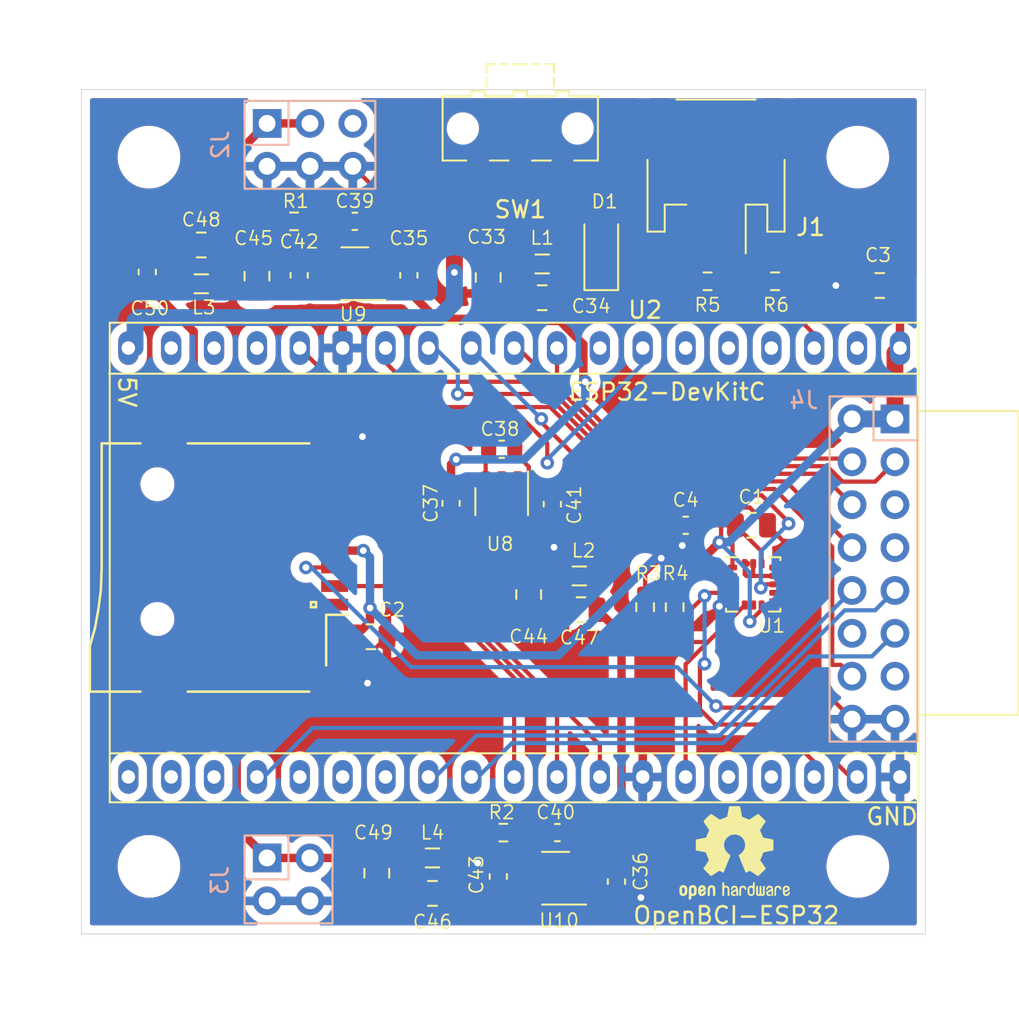
<source format=kicad_pcb>
(kicad_pcb (version 20211014) (generator pcbnew)
  (layers (0 "F.Cu" signal) (31 "B.Cu" signal) (34 "B.Paste" user) (35 "F.Paste" user) (36 "B.SilkS" user "B.Silkscreen") (37 "F.SilkS" user "F.Silkscreen") (38 "B.Mask" user) (39 "F.Mask" user) (44 "Edge.Cuts" user))
  (net 0 "")
  (net 1 "GND")
  (net 2 "-2V5")
  (net 3 "+2V5")
  (net 4 "+5V")
  (net 5 "Net-(C34-Pad1)")
  (net 6 "-5V")
  (net 7 "Net-(C38-Pad2)")
  (net 8 "Net-(C38-Pad1)")
  (net 9 "Net-(C39-Pad1)")
  (net 10 "Net-(C40-Pad1)")
  (net 11 "Net-(C41-Pad1)")
  (net 12 "Net-(C42-Pad1)")
  (net 13 "Net-(C43-Pad1)")
  (net 23 "Net-(J1-Pad1)")
  (net 30 "/OpenBCI_ESP_DEVKIT/INT1")
  (net 39 "/OpenBCI_ESP_DEVKIT/SDMOSI")
  (net 40 "/OpenBCI_ESP_DEVKIT/SCL")
  (net 41 "/OpenBCI_ESP_DEVKIT/SDA")
  (net 42 "/OpenBCI_ESP_DEVKIT/SDMISO")
  (net 43 "/OpenBCI_ESP_DEVKIT/SDCLK")
  (net 44 "/OpenBCI_ESP_DEVKIT/SDCS")
  (net 45 "/OpenBCI_ESP_DEVKIT/ADSCS2")
  (net 46 "/OpenBCI_ESP_DEVKIT/ADSRST")
  (net 47 "/OpenBCI_ESP_DEVKIT/ADSCS1")
  (net 48 "/OpenBCI_ESP_DEVKIT/ADSMOSI")
  (net 49 "/OpenBCI_ESP_DEVKIT/ADSMISO")
  (net 50 "/OpenBCI_ESP_DEVKIT/ADSCLK")
  (net 51 "/OpenBCI_ESP_DEVKIT/ADSDRDY2")
  (net 52 "/OpenBCI_ESP_DEVKIT/ADSDRDY1")
  (net 53 "Net-(D1-Pad2)")
  (net 58 "+3V3")
  (net 59 "/OpenBCI_ESP_DEVKIT/SDCD")
  (net 61 "Net-(U2-Pad3)")
  (footprint "Capacitor_SMD:C_0805_2012Metric" (layer "F.Cu") (at 124.1 61.125 -90)
    (fp_text reference "C33")
    (fp_text value "10u")
  )
  (footprint "Capacitor_SMD:C_0805_2012Metric" (layer "F.Cu") (at 127.3 62.325 180)
    (fp_text reference "C34")
    (fp_text value "10u")
  )
  (footprint "Capacitor_SMD:C_0603_1608Metric" (layer "F.Cu") (at 119.4 61 90)
    (fp_text reference "C35")
    (fp_text value "1u")
  )
  (footprint "Capacitor_SMD:C_0603_1608Metric" (layer "F.Cu") (at 131.7 96.9 -90)
    (fp_text reference "C36")
    (fp_text value "2.2u")
  )
  (footprint "Capacitor_SMD:C_0603_1608Metric" (layer "F.Cu") (at 121.9 74.5 -90)
    (fp_text reference "C37")
    (fp_text value "1u")
  )
  (footprint "Capacitor_SMD:C_0603_1608Metric" (layer "F.Cu") (at 124.9 71.3)
    (fp_text reference "C38")
    (fp_text value "1u")
  )
  (footprint "Capacitor_SMD:C_0603_1608Metric" (layer "F.Cu") (at 116.2 57.8)
    (fp_text reference "C39")
    (fp_text value "1u")
  )
  (footprint "Capacitor_SMD:C_0603_1608Metric" (layer "F.Cu") (at 128.2 94)
    (fp_text reference "C40")
    (fp_text value "10n")
  )
  (footprint "Capacitor_SMD:C_0603_1608Metric" (layer "F.Cu") (at 127.9 74.55 -90)
    (fp_text reference "C41")
    (fp_text value "1u")
  )
  (footprint "Capacitor_SMD:C_0603_1608Metric" (layer "F.Cu") (at 112.9 61 90)
    (fp_text reference "C42")
    (fp_text value "2.2u")
  )
  (footprint "Capacitor_SMD:C_0603_1608Metric" (layer "F.Cu") (at 124.7 96.6 90)
    (fp_text reference "C43")
    (fp_text value "2.2u")
  )
  (footprint "Capacitor_SMD:C_0805_2012Metric" (layer "F.Cu") (at 126.5 79.9 -90)
    (fp_text reference "C44")
    (fp_text value "10u")
  )
  (footprint "Capacitor_SMD:C_0805_2012Metric" (layer "F.Cu") (at 110.4 61.05 90)
    (fp_text reference "C45")
    (fp_text value "10u")
  )
  (footprint "Capacitor_SMD:C_0805_2012Metric" (layer "F.Cu") (at 120.8 97.6 180)
    (fp_text reference "C46")
    (fp_text value "10u")
  )
  (footprint "Capacitor_SMD:C_0805_2012Metric" (layer "F.Cu") (at 129.6 80.8 180)
    (fp_text reference "C47")
    (fp_text value "10u")
  )
  (footprint "Capacitor_SMD:C_0805_2012Metric" (layer "F.Cu") (at 107.1 59.2)
    (fp_text reference "C48")
    (fp_text value "10u")
  )
  (footprint "Capacitor_SMD:C_0805_2012Metric" (layer "F.Cu") (at 117.5 96.4 -90)
    (fp_text reference "C49")
    (fp_text value "10u")
  )
  (footprint "Capacitor_SMD:C_0603_1608Metric" (layer "F.Cu") (at 103.9 60.8 -90)
    (fp_text reference "C50")
    (fp_text value "0.1u")
  )
  (footprint "Inductor_SMD:L_0805_2012Metric" (layer "F.Cu") (at 127.3 60.325)
    (fp_text reference "L1")
    (fp_text value "3.3u")
  )
  (footprint "Inductor_SMD:L_0805_2012Metric" (layer "F.Cu") (at 129.5 78.8)
    (fp_text reference "L2")
    (fp_text value "3.3u")
  )
  (footprint "Inductor_SMD:L_0805_2012Metric" (layer "F.Cu") (at 107.1 61.5 180)
    (fp_text reference "L3")
    (fp_text value "3.3u")
  )
  (footprint "Inductor_SMD:L_0805_2012Metric" (layer "F.Cu") (at 120.8 95.5 180)
    (fp_text reference "L4")
    (fp_text value "3.3u")
  )
  (footprint "Package_TO_SOT_SMD:SOT-23-5" (layer "F.Cu") (at 124.9 74.4 -90)
    (fp_text reference "U8")
    (fp_text value "TPS60403")
  )
  (footprint "Package_TO_SOT_SMD:SOT-23-5" (layer "F.Cu") (at 116.2 60.9 180)
    (fp_text reference "U9")
    (fp_text value "TPS73225")
  )
  (footprint "Package_TO_SOT_SMD:SOT-23-5" (layer "F.Cu") (at 128.1 96.7 180)
    (fp_text reference "U10")
    (fp_text value "TPS72325")
  )
  (footprint "Package_LGA:LGA-16_3x3mm_P0.5mm_LayoutBorder3x5y" (layer "F.Cu") (at 139.8 79.3)
    (fp_text reference "U1")
    (fp_text value "LIS3DH")
  )
  (footprint "OpenBCI_ESP32:ESP32-DevKitC" (layer "F.Cu") (at 148.5 65.3 -90)
    (fp_text reference "U2")
    (fp_text value "ESP32-DevKitC")
  )
  (footprint "OpenBCI_ESP32:Conn_uSDcard" (layer "F.Cu") (at 104.5 78.3 -90)
    (fp_text reference "XS1")
    (fp_text value "SD_ebay-uSD-push_push_SMD")
  )
  (footprint "Diode_SMD:D_SOD-123" (layer "F.Cu") (at 130.8 59.625 90)
    (fp_text reference "D1")
    (fp_text value "D_Schottky")
  )
  (footprint "Connector_JST:JST_PH_S2B-PH-SM4-TB_1x02-1MP_P2.00mm_Horizontal" (layer "F.Cu") (at 137.6 55.1 180)
    (fp_text reference "J1")
    (fp_text value "Conn_01x02")
  )
  (footprint "OpenBCI_ESP32:PinHeaderReverse_2x03_P2.54mm_OpenBCI" (layer "F.Cu") (at 111 52 90)
    (fp_text reference "J2")
    (fp_text value "Conn_02x03_Odd_Even")
  )
  (footprint "OpenBCI_ESP32:PinHeaderReverse_2x02_P2.54mml_OpenBCI" (layer "F.Cu") (at 111 95.5 90)
    (fp_text reference "J3")
    (fp_text value "Conn_02x02_Odd_Even")
  )
  (footprint "OpenBCI_ESP32:PinHeaderReverse_2x08_P2.54mm_OpenBCI" (layer "F.Cu") (at 148.2 69.5)
    (fp_text reference "J4")
    (fp_text value "Conn_02x08_Odd_Even")
  )
  (footprint "MountingHole:MountingHole_2.7mm_M2.5" (layer "F.Cu") (at 104 54)
    (fp_text reference "H1" hide)
    (fp_text value "MountingHole")
  )
  (footprint "MountingHole:MountingHole_2.7mm_M2.5" (layer "F.Cu") (at 104 96)
    (fp_text reference "H2" hide)
    (fp_text value "MountingHole")
  )
  (footprint "MountingHole:MountingHole_2.7mm_M2.5" (layer "F.Cu") (at 146 54)
    (fp_text reference "H3" hide)
    (fp_text value "MountingHole")
  )
  (footprint "MountingHole:MountingHole_2.7mm_M2.5" (layer "F.Cu") (at 146 96)
    (fp_text reference "H4" hide)
    (fp_text value "MountingHole")
  )
  (footprint "Capacitor_SMD:C_0805_2012Metric" (layer "F.Cu") (at 139.7 75.8)
    (fp_text reference "C1")
    (fp_text value "10u")
  )
  (footprint "Capacitor_SMD:C_0805_2012Metric" (layer "F.Cu") (at 117.15 82.4)
    (fp_text reference "C2")
    (fp_text value "10u")
  )
  (footprint "Capacitor_SMD:C_0805_2012Metric" (layer "F.Cu") (at 147.3 61.6 180)
    (fp_text reference "C3")
    (fp_text value "10u")
  )
  (footprint "Capacitor_SMD:C_0603_1608Metric" (layer "F.Cu") (at 135.8 75.8 180)
    (fp_text reference "C4")
    (fp_text value "0.1u")
  )
  (footprint "Symbol:OSHW-Logo2_7.3x6mm_SilkScreen" (layer "F.Cu") (at 138.7 95.2)
    (fp_text reference "LOGO1" hide)
    (fp_text value "Logo_Open_Hardware_Small" hide)
  )
  (footprint "Resistor_SMD:R_0603_1608Metric" (layer "F.Cu") (at 133.4 80.65 -90)
    (fp_text reference "R3")
    (fp_text value "4k7")
  )
  (footprint "Resistor_SMD:R_0603_1608Metric" (layer "F.Cu") (at 112.6 57.8)
    (fp_text reference "R1")
    (fp_text value "NF")
  )
  (footprint "Button_Switch_SMD:SW_SPDT_CK-JS102011SAQN" (layer "F.Cu") (at 126 52.3 180)
    (fp_text reference "SW1")
    (fp_text value "SW_SPDT")
  )
  (footprint "Resistor_SMD:R_0603_1608Metric" (layer "F.Cu") (at 137.1 61.35)
    (fp_text reference "R5")
    (fp_text value "220k")
  )
  (footprint "Resistor_SMD:R_0603_1608Metric" (layer "F.Cu") (at 125 94)
    (fp_text reference "R2")
    (fp_text value "NF")
  )
  (footprint "Resistor_SMD:R_0603_1608Metric" (layer "F.Cu") (at 135.15 80.65 -90)
    (fp_text reference "R4")
    (fp_text value "4k7")
  )
  (footprint "Resistor_SMD:R_0603_1608Metric" (layer "F.Cu") (at 141.1 61.35)
    (fp_text reference "R6")
    (fp_text value "120k")
  )
  (gr_line (start 150 50) (end 100 50) (layer "Edge.Cuts") (width 0.05))
  (gr_line (start 100 50) (end 100 100) (layer "Edge.Cuts") (width 0.05))
  (gr_line (start 150 100) (end 150 50) (layer "Edge.Cuts") (width 0.05))
  (gr_line (start 100 100) (end 150 100) (layer "Edge.Cuts") (width 0.05))
  (gr_text "OpenBCI-ESP32" (at 138.8 98.9) (layer "F.SilkS") (effects (font (size 1 1))))
  (segment (start 131.7 97.85) (end 133.15 97.85) (width 0.25) (layer "F.Cu") (net 1))
  (segment (start 113.95 75) (end 110.83249 78.11751) (width 0.25) (layer "F.Cu") (net 1))
  (segment (start 113.73 97.85) (end 113.54 98.04) (width 0.25) (layer "F.Cu") (net 1))
  (segment (start 146.1 61.9) (end 146.1 61.5) (width 0.25) (layer "F.Cu") (net 1))
  (segment (start 141.62501 78.27499) (end 141.62501 79.041632) (width 0.25) (layer "F.Cu") (net 1))
  (segment (start 128.484998 97.65) (end 128.07452 97.239522) (width 0.5) (layer "F.Cu") (net 1))
  (segment (start 108.95 60.1) (end 108.05 59.2) (width 0.5) (layer "F.Cu") (net 1))
  (segment (start 117.15 57.8) (end 117.15 55.61) (width 0.25) (layer "F.Cu") (net 1))
  (segment (start 110.83249 78.11751) (end 110.83249 78.703902) (width 0.25) (layer "F.Cu") (net 1))
  (segment (start 123.725 75.275) (end 123.95 75.5) (width 0.25) (layer "F.Cu") (net 1))
  (segment (start 141.62501 79.041632) (end 141.791689 79.208311) (width 0.25) (layer "F.Cu") (net 1))
  (segment (start 141.62501 76.77501) (end 141.62501 78.27499) (width 0.25) (layer "F.Cu") (net 1))
  (segment (start 118.55 60.9) (end 119.4 60.05) (width 0.5) (layer "F.Cu") (net 1))
  (segment (start 123.95 76.28) (end 124.77 77.1) (width 0.25) (layer "F.Cu") (net 1))
  (segment (start 141.025 79.8) (end 141.9 79.8) (width 0.25) (layer "F.Cu") (net 1))
  (segment (start 141.025 78.3) (end 141.6 78.3) (width 0.25) (layer "F.Cu") (net 1))
  (segment (start 139.59999 74.74999) (end 135.90001 74.74999) (width 0.25) (layer "F.Cu") (net 1))
  (segment (start 114.5 85.15) (end 114.5 84.528608) (width 0.25) (layer "F.Cu") (net 1))
  (segment (start 139.3 78.075) (end 139.3 78.7) (width 0.25) (layer "F.Cu") (net 1))
  (segment (start 113.874999 74.924999) (end 113.95 75) (width 0.25) (layer "F.Cu") (net 1))
  (segment (start 124.1 62.075) (end 126.1 62.075) (width 0.5) (layer "F.Cu") (net 1))
  (segment (start 145.66 87.28) (end 148.2 87.28) (width 0.25) (layer "F.Cu") (net 1))
  (segment (start 141.383378 78.8) (end 141.025 78.8) (width 0.25) (layer "F.Cu") (net 1))
  (segment (start 117.04999 83.45001) (end 118.1 82.4) (width 0.25) (layer "F.Cu") (net 1))
  (segment (start 126.1 62.075) (end 126.35 62.325) (width 0.5) (layer "F.Cu") (net 1))
  (segment (start 128.65 80.8) (end 126.55 80.8) (width 0.25) (layer "F.Cu") (net 1))
  (segment (start 112.9 60.225) (end 110.525 60.225) (width 0.5) (layer "F.Cu") (net 1))
  (segment (start 139.8 78.8) (end 141.025 78.8) (width 0.25) (layer "F.Cu") (net 1))
  (segment (start 123.48015 95.8) (end 124.675 95.8) (width 0.5) (layer "F.Cu") (net 1))
  (segment (start 114.5 70.55) (end 116.65 70.55) (width 0.25) (layer "F.Cu") (net 1))
  (segment (start 139.4 78.8) (end 139.8 78.8) (width 0.25) (layer "F.Cu") (net 1))
  (segment (start 135.6 76.55) (end 134.85 75.8) (width 0.25) (layer "F.Cu") (net 1))
  (segment (start 127.9 76.8) (end 128 76.9) (width 0.25) (layer "F.Cu") (net 1))
  (segment (start 124.77 77.1) (end 126.7 77.1) (width 0.25) (layer "F.Cu") (net 1))
  (segment (start 115.578598 83.45001) (end 117.04999 83.45001) (width 0.25) (layer "F.Cu") (net 1))
  (segment (start 108.95 60.1) (end 110.4 60.1) (width 0.5) (layer "F.Cu") (net 1))
  (segment (start 138.575 80.3) (end 138.2 80.3) (width 0.25) (layer "F.Cu") (net 1))
  (segment (start 128 76.9) (end 128 77.1) (width 0.25) (layer "F.Cu") (net 1))
  (segment (start 131.5 97.65) (end 131.7 97.85) (width 0.25) (layer "F.Cu") (net 1))
  (segment (start 127.8 76) (end 127.8 75.275) (width 0.25) (layer "F.Cu") (net 1))
  (segment (start 128.07452 94.90048) (end 128.975 94) (width 0.5) (layer "F.Cu") (net 1))
  (segment (start 141.9 84.02) (end 141.9 79.8) (width 0.25) (layer "F.Cu") (net 1))
  (segment (start 119.85 97.6) (end 117.75 97.6) (width 0.5) (layer "F.Cu") (net 1))
  (segment (start 122 75.275) (end 123.725 75.275) (width 0.25) (layer "F.Cu") (net 1))
  (segment (start 141.791689 79.208311) (end 141.383378 78.8) (width 0.25) (layer "F.Cu") (net 1))
  (segment (start 117.15 55.61) (end 116.08 54.54) (width 0.25) (layer "F.Cu") (net 1))
  (segment (start 126.5 80.85) (end 121.9 76.25) (width 0.25) (layer "F.Cu") (net 1))
  (segment (start 127.9 75.5) (end 127.9 76.8) (width 0.25) (layer "F.Cu") (net 1))
  (segment (start 137.9 80.6) (end 137.8 80.6) (width 0.25) (layer "F.Cu") (net 1))
  (segment (start 141.6 78.3) (end 141.62501 78.27499) (width 0.25) (layer "F.Cu") (net 1))
  (segment (start 140.65 75.8) (end 139.59999 74.74999) (width 0.25) (layer "F.Cu") (net 1))
  (segment (start 141.9 84.02) (end 142.4 84.02) (width 0.25) (layer "F.Cu") (net 1))
  (segment (start 129.2 97.65) (end 128.484998 97.65) (width 0.5) (layer "F.Cu") (net 1))
  (segment (start 117.75 97.6) (end 117.5 97.35) (width 0.5) (layer "F.Cu") (net 1))
  (segment (start 126.7 77.1) (end 127.8 76) (width 0.25) (layer "F.Cu") (net 1))
  (segment (start 135.6 77) (end 135.6 76.55) (width 0.25) (layer "F.Cu") (net 1))
  (segment (start 135.90001 74.74999) (end 134.85 75.8) (width 0.25) (layer "F.Cu") (net 1))
  (segment (start 121.9 76.25) (end 121.9 75.45) (width 0.25) (layer "F.Cu") (net 1))
  (segment (start 141.9 79.8) (end 141.9 79.316622) (width 0.25) (layer "F.Cu") (net 1))
  (segment (start 117.3 60.9) (end 118.55 60.9) (width 0.5) (layer "F.Cu") (net 1))
  (segment (start 138.2 80.3) (end 137.9 80.6) (width 0.25) (layer "F.Cu") (net 1))
  (segment (start 110.525 60.225) (end 110.4 60.1) (width 0.5) (layer "F.Cu") (net 1))
  (segment (start 113.874999 71.175001) (end 113.874999 74.924999) (width 0.25) (layer "F.Cu") (net 1))
  (segment (start 146.35 61.6) (end 144.7 61.6) (width 0.5) (layer "F.Cu") (net 1))
  (segment (start 113.95 75) (end 115 75) (width 0.25) (layer "F.Cu") (net 1))
  (segment (start 140.65 75.8) (end 141.62501 76.77501) (width 0.25) (layer "F.Cu") (net 1))
  (segment (start 110.83249 78.703902) (end 115.578598 83.45001) (width 0.25) (layer "F.Cu") (net 1))
  (segment (start 141.9 79.316622) (end 141.791689 79.208311) (width 0.25) (layer "F.Cu") (net 1))
  (segment (start 114.5 84.528608) (end 115.578598 83.45001) (width 0.25) (layer "F.Cu") (net 1))
  (segment (start 126.55 80.8) (end 126.5 80.85) (width 0.25) (layer "F.Cu") (net 1))
  (segment (start 114.5 70.55) (end 113.874999 71.175001) (width 0.25) (layer "F.Cu") (net 1))
  (segment (start 139.8 78.075) (end 139.8 78.8) (width 0.25) (layer "F.Cu") (net 1))
  (segment (start 114.5 85.15) (end 116.95 85.15) (width 0.25) (layer "F.Cu") (net 1))
  (segment (start 139.3 78.7) (end 139.4 78.8) (width 0.25) (layer "F.Cu") (net 1))
  (segment (start 129.2 97.65) (end 131.5 97.65) (width 0.25) (layer "F.Cu") (net 1))
  (segment (start 124.675 95.8) (end 124.7 95.825) (width 0.5) (layer "F.Cu") (net 1))
  (segment (start 142.4 84.02) (end 145.66 87.28) (width 0.25) (layer "F.Cu") (net 1))
  (segment (start 128.07452 97.239522) (end 128.07452 94.90048) (width 0.5) (layer "F.Cu") (net 1))
  (segment (start 123.95 75.5) (end 123.95 76.28) (width 0.25) (layer "F.Cu") (net 1))
  (via (at 144.7 61.6) (size 0.8) (drill 0.4) (layers "F.Cu" "B.Cu") (net 1))
  (via (at 137.8 80.6) (size 0.8) (drill 0.4) (layers "F.Cu" "B.Cu") (net 1))
  (via (at 123.48015 95.8) (size 0.8) (drill 0.4) (layers "F.Cu" "B.Cu") (net 1))
  (via (at 128 77.1) (size 0.8) (drill 0.4) (layers "F.Cu" "B.Cu") (net 1))
  (via (at 133.15 97.85) (size 0.8) (drill 0.4) (layers "F.Cu" "B.Cu") (net 1))
  (via (at 116.65 70.55) (size 0.8) (drill 0.4) (layers "F.Cu" "B.Cu") (net 1))
  (via (at 116.95 85.15) (size 0.8) (drill 0.4) (layers "F.Cu" "B.Cu") (net 1))
  (via (at 135.6 77) (size 0.8) (drill 0.4) (layers "F.Cu" "B.Cu") (net 1))
  (segment (start 137.8 79.2) (end 135.6 77) (width 0.25) (layer "B.Cu") (net 1))
  (segment (start 128 77.1) (end 135.5 77.1) (width 0.25) (layer "B.Cu") (net 1))
  (segment (start 137.8 80.6) (end 137.8 79.2) (width 0.25) (layer "B.Cu") (net 1))
  (segment (start 135.5 77.1) (end 135.6 77) (width 0.25) (layer "B.Cu") (net 1))
  (segment (start 106.65 66.85) (end 109.2 69.4) (width 0.5) (layer "F.Cu") (net 2))
  (segment (start 117.55 95.5) (end 117.5 95.45) (width 0.5) (layer "F.Cu") (net 2))
  (segment (start 109.2 93.7) (end 111 95.5) (width 0.5) (layer "F.Cu") (net 2))
  (segment (start 111 95.5) (end 113.54 95.5) (width 0.5) (layer "F.Cu") (net 2))
  (segment (start 117.45 95.5) (end 117.5 95.45) (width 0.5) (layer "F.Cu") (net 2))
  (segment (start 106.65 64.325) (end 106.65 66.85) (width 0.5) (layer "F.Cu") (net 2))
  (segment (start 119.7375 95.5) (end 117.55 95.5) (width 0.5) (layer "F.Cu") (net 2))
  (segment (start 103.9 61.575) (end 106.65 64.325) (width 0.5) (layer "F.Cu") (net 2))
  (segment (start 113.54 95.5) (end 117.45 95.5) (width 0.5) (layer "F.Cu") (net 2))
  (segment (start 109.2 69.4) (end 109.2 93.7) (width 0.5) (layer "F.Cu") (net 2))
  (segment (start 106.0375 59.3125) (end 106.15 59.2) (width 0.5) (layer "F.Cu") (net 3))
  (segment (start 106.15 56.85) (end 106.15 59.2) (width 0.5) (layer "F.Cu") (net 3))
  (segment (start 111 52) (end 113.54 52) (width 0.5) (layer "F.Cu") (net 3))
  (segment (start 105.325 60.025) (end 106.15 59.2) (width 0.5) (layer "F.Cu") (net 3))
  (segment (start 103.9 60.025) (end 105.325 60.025) (width 0.5) (layer "F.Cu") (net 3))
  (segment (start 106.0375 61.5) (end 106.0375 59.3125) (width 0.5) (layer "F.Cu") (net 3))
  (segment (start 111 52) (end 106.15 56.85) (width 0.5) (layer "F.Cu") (net 3))
  (segment (start 124.1 59.225) (end 123.89999 59.02499) (width 0.5) (layer "F.Cu") (net 4))
  (segment (start 123.89999 59.02499) (end 126.60001 59.02499) (width 1) (layer "F.Cu") (net 4))
  (segment (start 129.59999 59.02499) (end 126.60001 59.02499) (width 1) (layer "F.Cu") (net 4))
  (segment (start 126.2375 60.325) (end 126.2375 59.3875) (width 0.5) (layer "F.Cu") (net 4))
  (segment (start 122.1 59.225) (end 122.1 60.825) (width 1) (layer "F.Cu") (net 4))
  (segment (start 122.30001 59.02499) (end 122.1 59.225) (width 1) (layer "F.Cu") (net 4))
  (segment (start 136.275 61.35) (end 136.2 61.275) (width 0.25) (layer "F.Cu") (net 4))
  (segment (start 136.2 61.275) (end 130.8 61.275) (width 0.25) (layer "F.Cu") (net 4))
  (segment (start 130.8 61.275) (end 130.8 60.225) (width 1) (layer "F.Cu") (net 4))
  (segment (start 122.30001 59.02499) (end 123.89999 59.02499) (width 1) (layer "F.Cu") (net 4))
  (segment (start 130.8 60.225) (end 129.59999 59.02499) (width 1) (layer "F.Cu") (net 4))
  (segment (start 126.2375 59.3875) (end 126.60001 59.02499) (width 0.5) (layer "F.Cu") (net 4))
  (segment (start 124.1 60.175) (end 124.1 59.225) (width 0.5) (layer "F.Cu") (net 4))
  (via (at 122.1 60.825) (size 0.8) (drill 0.4) (layers "F.Cu" "B.Cu") (net 4))
  (segment (start 103.3736 63.5) (end 121.2 63.5) (width 1) (layer "B.Cu") (net 4))
  (segment (start 103.17728 65.30368) (end 103.17728 63.69632) (width 1) (layer "B.Cu") (net 4))
  (segment (start 122.1 62.6) (end 122.1 60.825) (width 1) (layer "B.Cu") (net 4))
  (segment (start 103.17728 63.69632) (end 103.3736 63.5) (width 1) (layer "B.Cu") (net 4))
  (segment (start 121.2 63.5) (end 122.1 62.6) (width 1) (layer "B.Cu") (net 4))
  (segment (start 126.99999 63.57501) (end 128.25 62.325) (width 0.5) (layer "F.Cu") (net 5))
  (segment (start 128.3625 60.325) (end 128.3625 62.2125) (width 0.5) (layer "F.Cu") (net 5))
  (segment (start 121.02501 63.57501) (end 126.99999 63.57501) (width 0.5) (layer "F.Cu") (net 5))
  (segment (start 119.3 61.85) (end 119.4 61.95) (width 0.25) (layer "F.Cu") (net 5))
  (segment (start 116.1 61.365002) (end 116.1 60.627151) (width 0.5) (layer "F.Cu") (net 5))
  (segment (start 117.4 61.95) (end 117.3 61.85) (width 0.5) (layer "F.Cu") (net 5))
  (segment (start 127.12498 63.7) (end 126.99999 63.57501) (width 0.5) (layer "F.Cu") (net 5))
  (segment (start 129.74076 67.19076) (end 129.74076 65.086153) (width 0.5) (layer "F.Cu") (net 5))
  (segment (start 128.3625 62.2125) (end 128.25 62.325) (width 0.5) (layer "F.Cu") (net 5))
  (segment (start 116.584998 61.85) (end 116.1 61.365002) (width 0.5) (layer "F.Cu") (net 5))
  (segment (start 121.9 72.2) (end 122.2 71.9) (width 0.5) (layer "F.Cu") (net 5))
  (segment (start 129.85 67.3) (end 129.74076 67.19076) (width 0.5) (layer "F.Cu") (net 5))
  (segment (start 129.74076 65.086153) (end 128.354607 63.7) (width 0.5) (layer "F.Cu") (net 5))
  (segment (start 122.675 74.4) (end 124.146072 74.4) (width 0.25) (layer "F.Cu") (net 5))
  (segment (start 122 73.725) (end 122.675 74.4) (width 0.25) (layer "F.Cu") (net 5))
  (segment (start 124.9 73.646072) (end 124.9 73.3) (width 0.25) (layer "F.Cu") (net 5))
  (segment (start 128.354607 63.7) (end 127.12498 63.7) (width 0.5) (layer "F.Cu") (net 5))
  (segment (start 117.3 61.85) (end 116.584998 61.85) (width 0.5) (layer "F.Cu") (net 5))
  (segment (start 124.146072 74.4) (end 124.9 73.646072) (width 0.25) (layer "F.Cu") (net 5))
  (segment (start 121.9 73.55) (end 121.9 72.2) (width 0.5) (layer "F.Cu") (net 5))
  (segment (start 119.4 61.95) (end 117.4 61.95) (width 0.5) (layer "F.Cu") (net 5))
  (segment (start 116.1 60.627151) (end 116.777151 59.95) (width 0.5) (layer "F.Cu") (net 5))
  (segment (start 116.777151 59.95) (end 117.3 59.95) (width 0.5) (layer "F.Cu") (net 5))
  (segment (start 121.02501 63.57501) (end 119.4 61.95) (width 0.5) (layer "F.Cu") (net 5))
  (via (at 122.2 71.9) (size 0.8) (drill 0.4) (layers "F.Cu" "B.Cu") (net 5))
  (via (at 129.85 67.3) (size 0.8) (drill 0.4) (layers "F.Cu" "B.Cu") (net 5))
  (segment (start 126.229121 71.9) (end 122.2 71.9) (width 0.5) (layer "B.Cu") (net 5))
  (segment (start 129.85 68.279121) (end 126.229121 71.9) (width 0.5) (layer "B.Cu") (net 5))
  (segment (start 129.85 67.3) (end 129.85 68.279121) (width 0.5) (layer "B.Cu") (net 5))
  (segment (start 129.2 95.75) (end 131.5 95.75) (width 0.5) (layer "F.Cu") (net 6))
  (segment (start 130.5625 80.7875) (end 130.55 80.8) (width 0.25) (layer "F.Cu") (net 6))
  (segment (start 130.5625 78.8) (end 130.5625 80.7875) (width 0.25) (layer "F.Cu") (net 6))
  (segment (start 132 82.25) (end 130.55 80.8) (width 0.5) (layer "F.Cu") (net 6))
  (segment (start 131.5 95.75) (end 131.7 95.95) (width 0.5) (layer "F.Cu") (net 6))
  (segment (start 132 95.65) (end 132 82.25) (width 0.5) (layer "F.Cu") (net 6))
  (segment (start 129.2 96.7) (end 130.95 96.7) (width 0.5) (layer "F.Cu") (net 6))
  (segment (start 130.95 96.7) (end 131.7 95.95) (width 0.5) (layer "F.Cu") (net 6))
  (segment (start 131.7 95.95) (end 132 95.65) (width 0.5) (layer "F.Cu") (net 6))
  (segment (start 126.500001 72.325001) (end 126.500001 74.069999) (width 0.25) (layer "F.Cu") (net 7))
  (segment (start 126.500001 74.069999) (end 125.85 74.72) (width 0.25) (layer "F.Cu") (net 7))
  (segment (start 125.85 74.72) (end 125.85 75.5) (width 0.25) (layer "F.Cu") (net 7))
  (segment (start 125.675 71.5) (end 126.500001 72.325001) (width 0.25) (layer "F.Cu") (net 7))
  (segment (start 123.95 71.675) (end 124.125 71.5) (width 0.25) (layer "F.Cu") (net 8))
  (segment (start 123.95 73.3) (end 123.95 71.675) (width 0.25) (layer "F.Cu") (net 8))
  (segment (start 115.1 57.95) (end 115.25 57.8) (width 0.25) (layer "F.Cu") (net 9))
  (segment (start 113.425 57.8) (end 115.425 57.8) (width 0.25) (layer "F.Cu") (net 9))
  (segment (start 115.1 59.95) (end 115.1 57.95) (width 0.25) (layer "F.Cu") (net 9))
  (segment (start 125.825 94) (end 127.425 94) (width 0.25) (layer "F.Cu") (net 10))
  (segment (start 127.425 94) (end 127.2 94.225) (width 0.5) (layer "F.Cu") (net 10))
  (segment (start 127.2 95.55) (end 127 95.75) (width 0.5) (layer "F.Cu") (net 10))
  (segment (start 127.2 94.225) (end 127.2 95.55) (width 0.5) (layer "F.Cu") (net 10))
  (segment (start 125.85 73.3) (end 125.85 74.08) (width 0.25) (layer "F.Cu") (net 11))
  (segment (start 128.95001 78.28749) (end 128.4375 78.8) (width 0.25) (layer "F.Cu") (net 11))
  (segment (start 128.4375 78.8) (end 126.65 78.8) (width 0.25) (layer "F.Cu") (net 11))
  (segment (start 125.199999 76.290001) (end 125.509998 76.6) (width 0.25) (layer "F.Cu") (net 11))
  (segment (start 128.95001 74.65001) (end 128.95001 78.28749) (width 0.25) (layer "F.Cu") (net 11))
  (segment (start 126.6 74.925) (end 127.8 73.725) (width 0.25) (layer "F.Cu") (net 11))
  (segment (start 127.9 73.6) (end 128.95001 74.65001) (width 0.25) (layer "F.Cu") (net 11))
  (segment (start 125.85 74.08) (end 125.199999 74.730001) (width 0.25) (layer "F.Cu") (net 11))
  (segment (start 126.6 76.190002) (end 126.6 74.925) (width 0.25) (layer "F.Cu") (net 11))
  (segment (start 125.199999 74.730001) (end 125.199999 76.290001) (width 0.25) (layer "F.Cu") (net 11))
  (segment (start 126.65 78.8) (end 126.5 78.95) (width 0.25) (layer "F.Cu") (net 11))
  (segment (start 125.509998 76.6) (end 126.190002 76.6) (width 0.25) (layer "F.Cu") (net 11))
  (segment (start 126.190002 76.6) (end 126.6 76.190002) (width 0.25) (layer "F.Cu") (net 11))
  (segment (start 112.9 61.775) (end 113.675 61.775) (width 0.5) (layer "F.Cu") (net 12))
  (segment (start 113.675 61.775) (end 113.85 61.95) (width 0.5) (layer "F.Cu") (net 12))
  (segment (start 113.85 59.875) (end 113.85 61.95) (width 0.25) (layer "F.Cu") (net 12))
  (segment (start 115 61.95) (end 115.1 61.85) (width 0.5) (layer "F.Cu") (net 12))
  (segment (start 113.85 61.95) (end 115 61.95) (width 0.5) (layer "F.Cu") (net 12))
  (segment (start 111.775 57.8) (end 113.85 59.875) (width 0.25) (layer "F.Cu") (net 12))
  (segment (start 108.1625 61.5) (end 109.9 61.5) (width 0.5) (layer "F.Cu") (net 12))
  (segment (start 110.4 62) (end 112.675 62) (width 0.5) (layer "F.Cu") (net 12))
  (segment (start 112.675 62) (end 112.9 61.775) (width 0.5) (layer "F.Cu") (net 12))
  (segment (start 109.9 61.5) (end 110.4 62) (width 0.5) (layer "F.Cu") (net 12))
  (segment (start 122.3 95.5) (end 123.8 94) (width 0.25) (layer "F.Cu") (net 13))
  (segment (start 121.75 97.6) (end 121.75 95.6125) (width 0.5) (layer "F.Cu") (net 13))
  (segment (start 124.7 97.375) (end 121.975 97.375) (width 0.5) (layer "F.Cu") (net 13))
  (segment (start 121.8625 95.5) (end 122.3 95.5) (width 0.25) (layer "F.Cu") (net 13))
  (segment (start 124.7 97.375) (end 126.6875 97.375) (width 0.5) (layer "F.Cu") (net 13))
  (segment (start 126.6875 97.375) (end 126.9625 97.65) (width 0.5) (layer "F.Cu") (net 13))
  (segment (start 121.975 97.375) (end 121.75 97.6) (width 0.5) (layer "F.Cu") (net 13))
  (segment (start 123.8 94) (end 124.175 94) (width 0.25) (layer "F.Cu") (net 13))
  (segment (start 121.75 95.6125) (end 121.8625 95.5) (width 0.5) (layer "F.Cu") (net 13))
  (segment (start 126.9 97.55) (end 127 97.65) (width 0.25) (layer "F.Cu") (net 13))
  (segment (start 128.5 54.975) (end 138.275 54.975) (width 1) (layer "F.Cu") (net 23))
  (segment (start 138.6 55.3) (end 138.6 57.95) (width 1) (layer "F.Cu") (net 23))
  (segment (start 138.275 54.975) (end 138.6 55.3) (width 1) (layer "F.Cu") (net 23))
  (segment (start 140.2515 79.3485) (end 140.2515 79.5) (width 0.25) (layer "F.Cu") (net 30))
  (segment (start 140.3 79.3) (end 140.2515 79.3485) (width 0.25) (layer "F.Cu") (net 30))
  (segment (start 141.9 75.615744) (end 141.9 75.7) (width 0.25) (layer "F.Cu") (net 30))
  (segment (start 131.57653 74.02653) (end 140.310786 74.02653) (width 0.25) (layer "F.Cu") (net 30))
  (segment (start 127.25 69.7) (end 131.57653 74.02653) (width 0.25) (layer "F.Cu") (net 30))
  (segment (start 140.310786 74.02653) (end 141.9 75.615744) (width 0.25) (layer "F.Cu") (net 30))
  (segment (start 141.025 79.3) (end 140.3 79.3) (width 0.25) (layer "F.Cu") (net 30))
  (segment (start 127.25 69.5) (end 127.25 69.7) (width 0.25) (layer "F.Cu") (net 30))
  (via (at 140.2515 79.5) (size 0.8) (drill 0.4) (layers "F.Cu" "B.Cu") (net 30))
  (via (at 141.9 75.7) (size 0.8) (drill 0.4) (layers "F.Cu" "B.Cu") (net 30))
  (via (at 127.25 69.5) (size 0.8) (drill 0.4) (layers "F.Cu" "B.Cu") (net 30))
  (segment (start 140.25 77.35) (end 141.9 75.7) (width 0.25) (layer "B.Cu") (net 30))
  (segment (start 123.09728 65.34728) (end 123.09728 65.30368) (width 0.25) (layer "B.Cu") (net 30))
  (segment (start 127.25 69.5) (end 123.09728 65.34728) (width 0.25) (layer "B.Cu") (net 30))
  (segment (start 140.25 79.4985) (end 140.25 77.35) (width 0.25) (layer "B.Cu") (net 30))
  (segment (start 140.2515 79.5) (end 140.25 79.4985) (width 0.25) (layer "B.Cu") (net 30))
  (segment (start 115 78.3) (end 113.299996 78.3) (width 0.25) (layer "F.Cu") (net 39))
  (segment (start 137.6 86.5) (end 137.7 86.6) (width 0.25) (layer "F.Cu") (net 39))
  (segment (start 145.55368 90.70368) (end 145.95728 90.70368) (width 0.25) (layer "F.Cu") (net 39))
  (segment (start 137.7 86.6) (end 141.45 86.6) (width 0.25) (layer "F.Cu") (net 39))
  (segment (start 141.45 86.6) (end 145.55368 90.70368) (width 0.25) (layer "F.Cu") (net 39))
  (via (at 113.299996 78.3) (size 0.8) (drill 0.4) (layers "F.Cu" "B.Cu") (net 39))
  (via (at 137.6 86.5) (size 0.8) (drill 0.4) (layers "F.Cu" "B.Cu") (net 39))
  (segment (start 135.3 84.2) (end 119.526998 84.2) (width 0.25) (layer "B.Cu") (net 39))
  (segment (start 137.6 86.5) (end 135.3 84.2) (width 0.25) (layer "B.Cu") (net 39))
  (segment (start 119.526998 84.2) (end 113.626998 78.3) (width 0.25) (layer "B.Cu") (net 39))
  (segment (start 113.626998 78.3) (end 113.299996 78.3) (width 0.25) (layer "B.Cu") (net 39))
  (segment (start 113.399996 78.2) (end 113.299996 78.3) (width 0.25) (layer "B.Cu") (net 39))
  (segment (start 136.8 84) (end 136.64729 84.15271) (width 0.25) (layer "F.Cu") (net 40))
  (segment (start 136.92228 84) (end 136.8 84) (width 0.25) (layer "F.Cu") (net 40))
  (segment (start 135.425 81.475) (end 136.92228 79.97772) (width 0.25) (layer "F.Cu") (net 40))
  (segment (start 136.64729 86.69729) (end 137.55 87.6) (width 0.25) (layer "F.Cu") (net 40))
  (segment (start 143.41728 89.81728) (end 143.41728 90.70368) (width 0.25) (layer "F.Cu") (net 40))
  (segment (start 141.2 87.6) (end 143.41728 89.81728) (width 0.25) (layer "F.Cu") (net 40))
  (segment (start 135.15 81.475) (end 135.425 81.475) (width 0.25) (layer "F.Cu") (net 40))
  (segment (start 138.575 79.8) (end 137.1 79.8) (width 0.25) (layer "F.Cu") (net 40))
  (segment (start 137.55 87.6) (end 141.2 87.6) (width 0.25) (layer "F.Cu") (net 40))
  (segment (start 137.1 79.8) (end 136.92228 79.97772) (width 0.25) (layer "F.Cu") (net 40))
  (segment (start 136.64729 84.15271) (end 136.64729 86.69729) (width 0.25) (layer "F.Cu") (net 40))
  (via (at 136.92228 79.97772) (size 0.8) (drill 0.4) (layers "F.Cu" "B.Cu") (net 40))
  (via (at 136.92228 84) (size 0.8) (drill 0.4) (layers "F.Cu" "B.Cu") (net 40))
  (segment (start 136.92228 84) (end 136.92228 79.97772) (width 0.25) (layer "B.Cu") (net 40))
  (segment (start 139.3 80.525) (end 137.1125 82.7125) (width 0.25) (layer "F.Cu") (net 41))
  (segment (start 133.4 81.475) (end 134.6375 82.7125) (width 0.25) (layer "F.Cu") (net 41))
  (segment (start 134.6375 82.7125) (end 137.1125 82.7125) (width 0.25) (layer "F.Cu") (net 41))
  (segment (start 137.1125 82.7125) (end 135.79728 84.02772) (width 0.25) (layer "F.Cu") (net 41))
  (segment (start 135.79728 84.02772) (end 135.79728 90.70368) (width 0.25) (layer "F.Cu") (net 41))
  (segment (start 130.71728 88.81728) (end 115.8 73.9) (width 0.25) (layer "F.Cu") (net 42))
  (segment (start 115.8 73.9) (end 115 73.9) (width 0.25) (layer "F.Cu") (net 42))
  (segment (start 130.71728 90.70368) (end 130.71728 88.81728) (width 0.25) (layer "F.Cu") (net 42))
  (segment (start 115 76.1) (end 117.436411 76.1) (width 0.25) (layer "F.Cu") (net 43))
  (segment (start 128.17728 90.70368) (end 128.17728 86.840869) (width 0.25) (layer "F.Cu") (net 43))
  (segment (start 128.17728 86.840869) (end 117.436411 76.1) (width 0.25) (layer "F.Cu") (net 43))
  (segment (start 125.63728 84.833349) (end 125.63728 90.70368) (width 0.25) (layer "F.Cu") (net 44))
  (segment (start 115 79.4) (end 120.203931 79.4) (width 0.25) (layer "F.Cu") (net 44))
  (segment (start 120.203931 79.4) (end 125.63728 84.833349) (width 0.25) (layer "F.Cu") (net 44))
  (segment (start 123.410949 88.250011) (end 137.813579 88.250011) (width 0.25) (layer "B.Cu") (net 45))
  (segment (start 137.813579 88.250011) (end 145.228589 80.835001) (width 0.25) (layer "B.Cu") (net 45))
  (segment (start 147.024999 80.835001) (end 148.2 79.66) (width 0.25) (layer "B.Cu") (net 45))
  (segment (start 145.228589 80.835001) (end 147.024999 80.835001) (width 0.25) (layer "B.Cu") (net 45))
  (segment (start 120.95728 90.70368) (end 123.410949 88.250011) (width 0.25) (layer "B.Cu") (net 45))
  (segment (start 137.999978 88.700022) (end 143.135001 83.564999) (width 0.25) (layer "B.Cu") (net 46))
  (segment (start 143.135001 83.564999) (end 146.835001 83.564999) (width 0.25) (layer "B.Cu") (net 46))
  (segment (start 123.49728 90.70368) (end 125.500938 88.700022) (width 0.25) (layer "B.Cu") (net 46))
  (segment (start 146.835001 83.564999) (end 148.2 82.2) (width 0.25) (layer "B.Cu") (net 46))
  (segment (start 125.500938 88.700022) (end 137.999978 88.700022) (width 0.25) (layer "B.Cu") (net 46))
  (segment (start 113.70096 87.8) (end 137.52 87.8) (width 0.25) (layer "B.Cu") (net 47))
  (segment (start 110.79728 90.70368) (end 113.70096 87.8) (width 0.25) (layer "B.Cu") (net 47))
  (segment (start 137.52 87.8) (end 145.66 79.66) (width 0.25) (layer "B.Cu") (net 47))
  (segment (start 127.77008 68.8) (end 116.4336 68.8) (width 0.25) (layer "F.Cu") (net 48))
  (segment (start 141.0536 73.65001) (end 132.62009 73.65001) (width 0.25) (layer "F.Cu") (net 48))
  (segment (start 132.62009 73.65001) (end 127.77008 68.8) (width 0.25) (layer "F.Cu") (net 48))
  (segment (start 144.484999 84.064999) (end 144.484999 77.081409) (width 0.25) (layer "F.Cu") (net 48))
  (segment (start 116.4336 68.8) (end 112.93728 65.30368) (width 0.25) (layer "F.Cu") (net 48))
  (segment (start 144.984999 84.064999) (end 144.484999 84.064999) (width 0.25) (layer "F.Cu") (net 48))
  (segment (start 145.66 84.74) (end 144.984999 84.064999) (width 0.25) (layer "F.Cu") (net 48))
  (segment (start 144.484999 77.081409) (end 141.0536 73.65001) (width 0.25) (layer "F.Cu") (net 48))
  (segment (start 118.01728 65.30368) (end 118.01728 66.15368) (width 0.25) (layer "F.Cu") (net 49))
  (segment (start 127.33504 67.3) (end 132.785031 72.749991) (width 0.25) (layer "F.Cu") (net 49))
  (segment (start 132.785031 72.749991) (end 143.829991 72.749991) (width 0.25) (layer "F.Cu") (net 49))
  (segment (start 143.829991 72.749991) (end 145.66 74.58) (width 0.25) (layer "F.Cu") (net 49))
  (segment (start 119.1636 67.3) (end 127.33504 67.3) (width 0.25) (layer "F.Cu") (net 49))
  (segment (start 118.01728 66.15368) (end 119.1636 67.3) (width 0.25) (layer "F.Cu") (net 49))
  (segment (start 132.702562 73.200002) (end 141.740002 73.200002) (width 0.25) (layer "F.Cu") (net 50))
  (segment (start 127.52756 68.025) (end 132.702562 73.200002) (width 0.25) (layer "F.Cu") (net 50))
  (segment (start 141.740002 73.200002) (end 145.66 77.12) (width 0.25) (layer "F.Cu") (net 50))
  (segment (start 122.3 68.025) (end 127.52756 68.025) (width 0.25) (layer "F.Cu") (net 50))
  (via (at 122.3 68.025) (size 0.8) (drill 0.4) (layers "F.Cu" "B.Cu") (net 50))
  (segment (start 122.3 68.025) (end 122.3 66.6464) (width 0.25) (layer "B.Cu") (net 50))
  (segment (start 122.3 66.6464) (end 120.95728 65.30368) (width 0.25) (layer "B.Cu") (net 50))
  (segment (start 132.8675 72.29998) (end 125.8712 65.30368) (width 0.25) (layer "F.Cu") (net 51))
  (segment (start 148.2 72.04) (end 147.024999 73.215001) (width 0.25) (layer "F.Cu") (net 51))
  (segment (start 125.8712 65.30368) (end 125.63728 65.30368) (width 0.25) (layer "F.Cu") (net 51))
  (segment (start 147.024999 73.215001) (end 145.095999 73.215001) (width 0.25) (layer "F.Cu") (net 51))
  (segment (start 145.095999 73.215001) (end 144.180978 72.29998) (width 0.25) (layer "F.Cu") (net 51))
  (segment (start 144.180978 72.29998) (end 132.8675 72.29998) (width 0.25) (layer "F.Cu") (net 51))
  (segment (start 128.17728 67.07728) (end 128.17728 65.30368) (width 0.25) (layer "F.Cu") (net 52))
  (segment (start 145.469969 71.849969) (end 132.949969 71.849969) (width 0.25) (layer "F.Cu") (net 52))
  (segment (start 132.949969 71.849969) (end 128.17728 67.07728) (width 0.25) (layer "F.Cu") (net 52))
  (segment (start 145.66 72.04) (end 145.469969 71.849969) (width 0.25) (layer "F.Cu") (net 52))
  (segment (start 126.3 57.525) (end 130.35 57.525) (width 1) (layer "F.Cu") (net 53))
  (segment (start 126 57.225) (end 126 54.975) (width 1) (layer "F.Cu") (net 53))
  (segment (start 130.35 57.525) (end 130.8 57.975) (width 1) (layer "F.Cu") (net 53))
  (segment (start 126 57.225) (end 126.3 57.525) (width 1) (layer "F.Cu") (net 53))
  (segment (start 140.3 77.35) (end 138.75 75.8) (width 0.25) (layer "F.Cu") (net 58))
  (segment (start 148.49728 61.84728) (end 148.25 61.6) (width 0.5) (layer "F.Cu") (net 58))
  (segment (start 140.3 80.8) (end 139.6 81.5) (width 0.25) (layer "F.Cu") (net 58))
  (segment (start 133.4 79.825) (end 135.15 79.825) (width 0.25) (layer "F.Cu") (net 58))
  (segment (start 116.7 77.3) (end 115.1 77.3) (width 0.5) (layer "F.Cu") (net 58))
  (segment (start 148.2 69.5) (end 148.2 65.60096) (width 1) (layer "F.Cu") (net 58))
  (segment (start 137.8 76.7) (end 137.8 76.8) (width 0.25) (layer "F.Cu") (net 58))
  (segment (start 133.4 78.7015) (end 134.35 77.7515) (width 0.25) (layer "F.Cu") (net 58))
  (segment (start 134.35 77.7515) (end 134.375011 77.776511) (width 0.5) (layer "F.Cu") (net 58))
  (segment (start 148.49728 65.30368) (end 148.49728 61.84728) (width 0.5) (layer "F.Cu") (net 58))
  (segment (start 117.1 81.5) (end 116.2 82.4) (width 0.5) (layer "F.Cu") (net 58))
  (segment (start 117.1 80.7) (end 117.1 81.5) (width 0.5) (layer "F.Cu") (net 58))
  (segment (start 137.9 76.6) (end 137.8 76.7) (width 0.25) (layer "F.Cu") (net 58))
  (segment (start 148.2 65.60096) (end 148.49728 65.30368) (width 1) (layer "F.Cu") (net 58))
  (segment (start 140.3 78.075) (end 140.3 77.35) (width 0.25) (layer "F.Cu") (net 58))
  (segment (start 136.75 75.8) (end 137.9 75.8) (width 0.25) (layer "F.Cu") (net 58))
  (segment (start 133.4 79.825) (end 133.4 78.7015) (width 0.25) (layer "F.Cu") (net 58))
  (segment (start 138.575 78.3) (end 138.575 75.975) (width 0.25) (layer "F.Cu") (net 58))
  (segment (start 138.575 75.975) (end 138.75 75.8) (width 0.25) (layer "F.Cu") (net 58))
  (segment (start 137.9 75.8) (end 138.75 75.8) (width 0.25) (layer "F.Cu") (net 58))
  (segment (start 134.375011 77.776511) (end 136.823489 77.776511) (width 0.5) (layer "F.Cu") (net 58))
  (segment (start 136.823489 77.776511) (end 137.8 76.8) (width 0.5) (layer "F.Cu") (net 58))
  (segment (start 140.3 80.525) (end 140.3 80.8) (width 0.25) (layer "F.Cu") (net 58))
  (segment (start 115.1 77.3) (end 115 77.2) (width 0.5) (layer "F.Cu") (net 58))
  (segment (start 137.9 75.8) (end 137.9 76.6) (width 0.25) (layer "F.Cu") (net 58))
  (via (at 137.8 76.8) (size 0.8) (drill 0.4) (layers "F.Cu" "B.Cu") (net 58))
  (via (at 116.7 77.3) (size 0.8) (drill 0.4) (layers "F.Cu" "B.Cu") (net 58))
  (via (at 139.6 81.5) (size 0.8) (drill 0.4) (layers "F.Cu" "B.Cu") (net 58))
  (via (at 134.35 77.7515) (size 0.8) (drill 0.4) (layers "F.Cu" "B.Cu") (net 58))
  (via (at 117.1 80.7) (size 0.8) (drill 0.4) (layers "F.Cu" "B.Cu") (net 58))
  (segment (start 139.6 81.5) (end 139.6 78.6) (width 0.25) (layer "B.Cu") (net 58))
  (segment (start 119.9 83.5) (end 117.1 80.7) (width 0.5) (layer "B.Cu") (net 58))
  (segment (start 138.36 76.8) (end 145.66 69.5) (width 0.5) (layer "B.Cu") (net 58))
  (segment (start 134.35 77.7515) (end 133.9985 77.7515) (width 0.5) (layer "B.Cu") (net 58))
  (segment (start 116.65 77.25) (end 116.7 77.3) (width 0.5) (layer "B.Cu") (net 58))
  (segment (start 148.2 69.5) (end 145.66 69.5) (width 1) (layer "B.Cu") (net 58))
  (segment (start 137.8 76.8) (end 138.36 76.8) (width 0.5) (layer "B.Cu") (net 58))
  (segment (start 139.6 78.6) (end 137.8 76.8) (width 0.25) (layer "B.Cu") (net 58))
  (segment (start 117.1 80.7) (end 117.1 77.7) (width 0.5) (layer "B.Cu") (net 58))
  (segment (start 133.9985 77.7515) (end 128.25 83.5) (width 0.5) (layer "B.Cu") (net 58))
  (segment (start 117.1 77.7) (end 116.65 77.25) (width 0.5) (layer "B.Cu") (net 58))
  (segment (start 128.25 83.5) (end 119.9 83.5) (width 0.5) (layer "B.Cu") (net 58))
  (segment (start 127.6 72.1) (end 127.6 70.95) (width 0.25) (layer "F.Cu") (net 59))
  (segment (start 117.57652 71.7) (end 115 71.7) (width 0.25) (layer "F.Cu") (net 59))
  (segment (start 120.1 69.17652) (end 117.57652 71.7) (width 0.25) (layer "F.Cu") (net 59))
  (segment (start 127.6 70.95) (end 125.82652 69.17652) (width 0.25) (layer "F.Cu") (net 59))
  (segment (start 125.82652 69.17652) (end 120.1 69.17652) (width 0.25) (layer "F.Cu") (net 59))
  (via (at 127.6 72.1) (size 0.8) (drill 0.4) (layers "F.Cu" "B.Cu") (net 59))
  (segment (start 127.6 71.9) (end 133.65728 65.84272) (width 0.25) (layer "B.Cu") (net 59))
  (segment (start 127.6 72.1) (end 127.6 71.9) (width 0.25) (layer "B.Cu") (net 59))
  (segment (start 133.65728 65.84272) (end 133.65728 65.30368) (width 0.25) (layer "B.Cu") (net 59))
  (segment (start 143.41728 64.49228) (end 143.41728 65.30368) (width 0.25) (layer "F.Cu") (net 61))
  (segment (start 140.275 61.35) (end 137.925 61.35) (width 0.25) (layer "F.Cu") (net 61))
  (segment (start 140.275 61.35) (end 143.41728 64.49228) (width 0.25) (layer "F.Cu") (net 61))
  (zone (net 1) (net_name "GND") (layer "F.Cu") (connect_pads (clearance 0.508)) (min_thickness 0.254) (fill yes (thermal_gap 0.508) (thermal_bridge_width 0.508))
    (polygon (pts (xy 150 100) (xy 100 100) (xy 100 50) (xy 150 50)))
  )
  (zone (net 1) (net_name "GND") (layer "B.Cu") (connect_pads (clearance 0.508)) (min_thickness 0.254) (fill yes (thermal_gap 0.508) (thermal_bridge_width 0.508))
    (polygon (pts (xy 150 100) (xy 100 100) (xy 100 50) (xy 150 50)))
  )
)
</source>
